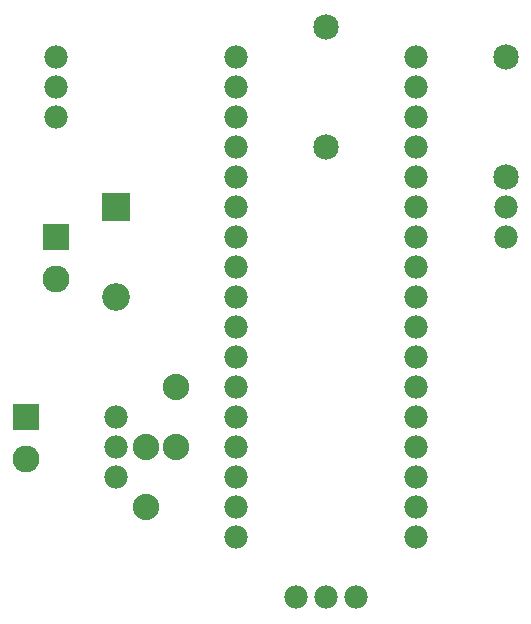
<source format=gts>
G04 MADE WITH FRITZING*
G04 WWW.FRITZING.ORG*
G04 DOUBLE SIDED*
G04 HOLES PLATED*
G04 CONTOUR ON CENTER OF CONTOUR VECTOR*
%ASAXBY*%
%FSLAX23Y23*%
%MOIN*%
%OFA0B0*%
%SFA1.0B1.0*%
%ADD10C,0.077717*%
%ADD11C,0.090000*%
%ADD12C,0.092000*%
%ADD13C,0.088000*%
%ADD14C,0.085000*%
%ADD15R,0.090000X0.090000*%
%ADD16R,0.092000X0.092000*%
%LNMASK1*%
G90*
G70*
G54D10*
X1776Y1480D03*
X1776Y1580D03*
X1076Y280D03*
X1176Y280D03*
X1276Y280D03*
X276Y2080D03*
X276Y1980D03*
X276Y1880D03*
X476Y880D03*
X476Y780D03*
X476Y680D03*
X1476Y2080D03*
X1476Y1980D03*
X1476Y1880D03*
X1476Y1780D03*
X1476Y1680D03*
X1476Y1580D03*
X1476Y1480D03*
X1476Y1380D03*
X1476Y1280D03*
X1476Y1180D03*
X1476Y1080D03*
X1476Y980D03*
X1476Y880D03*
X1476Y780D03*
X1476Y680D03*
X1476Y580D03*
X1476Y480D03*
X876Y2080D03*
X876Y1980D03*
X876Y1880D03*
X876Y1780D03*
X876Y1680D03*
X876Y1580D03*
X876Y1480D03*
X876Y1380D03*
X876Y1280D03*
X876Y1180D03*
X876Y1080D03*
X876Y980D03*
X876Y880D03*
X876Y780D03*
X876Y680D03*
X876Y580D03*
X876Y480D03*
G54D11*
X276Y1480D03*
X276Y1342D03*
X176Y880D03*
X176Y742D03*
G54D12*
X476Y1580D03*
X476Y1282D03*
X476Y1580D03*
X476Y1282D03*
G54D13*
X676Y980D03*
X676Y780D03*
X676Y980D03*
X676Y780D03*
X576Y780D03*
X576Y580D03*
X576Y780D03*
X576Y580D03*
G54D14*
X1776Y2080D03*
X1776Y1680D03*
X1776Y2080D03*
X1776Y1680D03*
X1176Y1780D03*
X1176Y2180D03*
X1176Y1780D03*
X1176Y2180D03*
G54D15*
X276Y1480D03*
X176Y880D03*
G54D16*
X476Y1581D03*
X476Y1581D03*
G04 End of Mask1*
M02*
</source>
